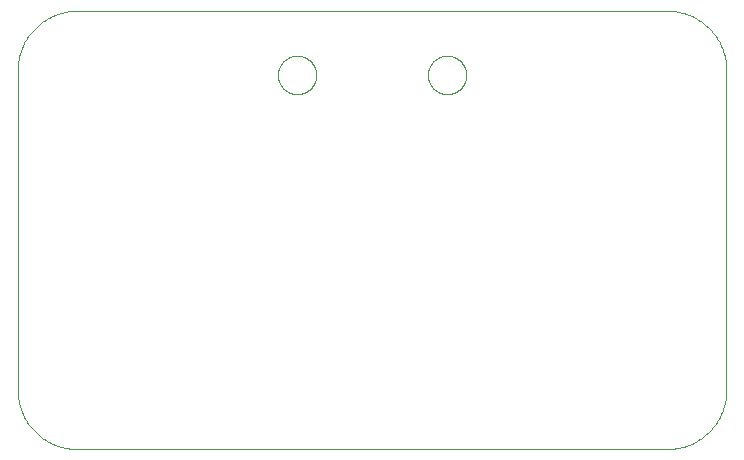
<source format=gbp>
G04 EAGLE Gerber RS-274X export*
G75*
%MOMM*%
%FSLAX34Y34*%
%LPD*%
%INSolder paste bottom*%
%IPPOS*%
%AMOC8*
5,1,8,0,0,1.08239X$1,22.5*%
G01*
%ADD10C,0.000000*%


D10*
X0Y321000D02*
X0Y50000D01*
X15Y48792D01*
X58Y47584D01*
X131Y46378D01*
X233Y45174D01*
X365Y43973D01*
X525Y42776D01*
X714Y41582D01*
X931Y40394D01*
X1178Y39211D01*
X1453Y38034D01*
X1756Y36865D01*
X2088Y35703D01*
X2447Y34549D01*
X2834Y33405D01*
X3249Y32270D01*
X3691Y31145D01*
X4160Y30032D01*
X4656Y28930D01*
X5179Y27840D01*
X5727Y26764D01*
X6302Y25701D01*
X6902Y24652D01*
X7527Y23618D01*
X8176Y22599D01*
X8851Y21597D01*
X9549Y20611D01*
X10271Y19642D01*
X11016Y18691D01*
X11784Y17758D01*
X12574Y16844D01*
X13387Y15949D01*
X14220Y15074D01*
X15074Y14220D01*
X15949Y13387D01*
X16844Y12574D01*
X17758Y11784D01*
X18691Y11016D01*
X19642Y10271D01*
X20611Y9549D01*
X21597Y8851D01*
X22599Y8176D01*
X23618Y7527D01*
X24652Y6902D01*
X25701Y6302D01*
X26764Y5727D01*
X27840Y5179D01*
X28930Y4656D01*
X30032Y4160D01*
X31145Y3691D01*
X32270Y3249D01*
X33405Y2834D01*
X34549Y2447D01*
X35703Y2088D01*
X36865Y1756D01*
X38034Y1453D01*
X39211Y1178D01*
X40394Y931D01*
X41582Y714D01*
X42776Y525D01*
X43973Y365D01*
X45174Y233D01*
X46378Y131D01*
X47584Y58D01*
X48792Y15D01*
X50000Y0D01*
X550000Y0D01*
X551208Y15D01*
X552416Y58D01*
X553622Y131D01*
X554826Y233D01*
X556027Y365D01*
X557224Y525D01*
X558418Y714D01*
X559606Y931D01*
X560789Y1178D01*
X561966Y1453D01*
X563135Y1756D01*
X564297Y2088D01*
X565451Y2447D01*
X566595Y2834D01*
X567730Y3249D01*
X568855Y3691D01*
X569968Y4160D01*
X571070Y4656D01*
X572160Y5179D01*
X573236Y5727D01*
X574299Y6302D01*
X575348Y6902D01*
X576382Y7527D01*
X577401Y8176D01*
X578403Y8851D01*
X579389Y9549D01*
X580358Y10271D01*
X581309Y11016D01*
X582242Y11784D01*
X583156Y12574D01*
X584051Y13387D01*
X584926Y14220D01*
X585780Y15074D01*
X586613Y15949D01*
X587426Y16844D01*
X588216Y17758D01*
X588984Y18691D01*
X589729Y19642D01*
X590451Y20611D01*
X591149Y21597D01*
X591824Y22599D01*
X592473Y23618D01*
X593098Y24652D01*
X593698Y25701D01*
X594273Y26764D01*
X594821Y27840D01*
X595344Y28930D01*
X595840Y30032D01*
X596309Y31145D01*
X596751Y32270D01*
X597166Y33405D01*
X597553Y34549D01*
X597912Y35703D01*
X598244Y36865D01*
X598547Y38034D01*
X598822Y39211D01*
X599069Y40394D01*
X599286Y41582D01*
X599475Y42776D01*
X599635Y43973D01*
X599767Y45174D01*
X599869Y46378D01*
X599942Y47584D01*
X599985Y48792D01*
X600000Y50000D01*
X600000Y321000D01*
X599985Y322208D01*
X599942Y323416D01*
X599869Y324622D01*
X599767Y325826D01*
X599635Y327027D01*
X599475Y328224D01*
X599286Y329418D01*
X599069Y330606D01*
X598822Y331789D01*
X598547Y332966D01*
X598244Y334135D01*
X597912Y335297D01*
X597553Y336451D01*
X597166Y337595D01*
X596751Y338730D01*
X596309Y339855D01*
X595840Y340968D01*
X595344Y342070D01*
X594821Y343160D01*
X594273Y344236D01*
X593698Y345299D01*
X593098Y346348D01*
X592473Y347382D01*
X591824Y348401D01*
X591149Y349403D01*
X590451Y350389D01*
X589729Y351358D01*
X588984Y352309D01*
X588216Y353242D01*
X587426Y354156D01*
X586613Y355051D01*
X585780Y355926D01*
X584926Y356780D01*
X584051Y357613D01*
X583156Y358426D01*
X582242Y359216D01*
X581309Y359984D01*
X580358Y360729D01*
X579389Y361451D01*
X578403Y362149D01*
X577401Y362824D01*
X576382Y363473D01*
X575348Y364098D01*
X574299Y364698D01*
X573236Y365273D01*
X572160Y365821D01*
X571070Y366344D01*
X569968Y366840D01*
X568855Y367309D01*
X567730Y367751D01*
X566595Y368166D01*
X565451Y368553D01*
X564297Y368912D01*
X563135Y369244D01*
X561966Y369547D01*
X560789Y369822D01*
X559606Y370069D01*
X558418Y370286D01*
X557224Y370475D01*
X556027Y370635D01*
X554826Y370767D01*
X553622Y370869D01*
X552416Y370942D01*
X551208Y370985D01*
X550000Y371000D01*
X50000Y371000D01*
X48792Y370985D01*
X47584Y370942D01*
X46378Y370869D01*
X45174Y370767D01*
X43973Y370635D01*
X42776Y370475D01*
X41582Y370286D01*
X40394Y370069D01*
X39211Y369822D01*
X38034Y369547D01*
X36865Y369244D01*
X35703Y368912D01*
X34549Y368553D01*
X33405Y368166D01*
X32270Y367751D01*
X31145Y367309D01*
X30032Y366840D01*
X28930Y366344D01*
X27840Y365821D01*
X26764Y365273D01*
X25701Y364698D01*
X24652Y364098D01*
X23618Y363473D01*
X22599Y362824D01*
X21597Y362149D01*
X20611Y361451D01*
X19642Y360729D01*
X18691Y359984D01*
X17758Y359216D01*
X16844Y358426D01*
X15949Y357613D01*
X15074Y356780D01*
X14220Y355926D01*
X13387Y355051D01*
X12574Y354156D01*
X11784Y353242D01*
X11016Y352309D01*
X10271Y351358D01*
X9549Y350389D01*
X8851Y349403D01*
X8176Y348401D01*
X7527Y347382D01*
X6902Y346348D01*
X6302Y345299D01*
X5727Y344236D01*
X5179Y343160D01*
X4656Y342070D01*
X4160Y340968D01*
X3691Y339855D01*
X3249Y338730D01*
X2834Y337595D01*
X2447Y336451D01*
X2088Y335297D01*
X1756Y334135D01*
X1453Y332966D01*
X1178Y331789D01*
X931Y330606D01*
X714Y329418D01*
X525Y328224D01*
X365Y327027D01*
X233Y325826D01*
X131Y324622D01*
X58Y323416D01*
X15Y322208D01*
X0Y321000D01*
X220244Y316700D02*
X220249Y317099D01*
X220264Y317498D01*
X220288Y317896D01*
X220322Y318293D01*
X220366Y318690D01*
X220420Y319085D01*
X220483Y319479D01*
X220556Y319871D01*
X220639Y320262D01*
X220731Y320650D01*
X220833Y321036D01*
X220944Y321419D01*
X221064Y321799D01*
X221194Y322176D01*
X221333Y322550D01*
X221481Y322921D01*
X221639Y323288D01*
X221805Y323650D01*
X221980Y324009D01*
X222163Y324363D01*
X222356Y324713D01*
X222557Y325057D01*
X222766Y325397D01*
X222984Y325731D01*
X223209Y326060D01*
X223443Y326384D01*
X223685Y326701D01*
X223934Y327013D01*
X224191Y327318D01*
X224455Y327617D01*
X224727Y327909D01*
X225005Y328195D01*
X225291Y328473D01*
X225583Y328745D01*
X225882Y329009D01*
X226187Y329266D01*
X226499Y329515D01*
X226816Y329757D01*
X227140Y329991D01*
X227469Y330216D01*
X227803Y330434D01*
X228143Y330643D01*
X228487Y330844D01*
X228837Y331037D01*
X229191Y331220D01*
X229550Y331395D01*
X229912Y331561D01*
X230279Y331719D01*
X230650Y331867D01*
X231024Y332006D01*
X231401Y332136D01*
X231781Y332256D01*
X232164Y332367D01*
X232550Y332469D01*
X232938Y332561D01*
X233329Y332644D01*
X233721Y332717D01*
X234115Y332780D01*
X234510Y332834D01*
X234907Y332878D01*
X235304Y332912D01*
X235702Y332936D01*
X236101Y332951D01*
X236500Y332956D01*
X236899Y332951D01*
X237298Y332936D01*
X237696Y332912D01*
X238093Y332878D01*
X238490Y332834D01*
X238885Y332780D01*
X239279Y332717D01*
X239671Y332644D01*
X240062Y332561D01*
X240450Y332469D01*
X240836Y332367D01*
X241219Y332256D01*
X241599Y332136D01*
X241976Y332006D01*
X242350Y331867D01*
X242721Y331719D01*
X243088Y331561D01*
X243450Y331395D01*
X243809Y331220D01*
X244163Y331037D01*
X244513Y330844D01*
X244857Y330643D01*
X245197Y330434D01*
X245531Y330216D01*
X245860Y329991D01*
X246184Y329757D01*
X246501Y329515D01*
X246813Y329266D01*
X247118Y329009D01*
X247417Y328745D01*
X247709Y328473D01*
X247995Y328195D01*
X248273Y327909D01*
X248545Y327617D01*
X248809Y327318D01*
X249066Y327013D01*
X249315Y326701D01*
X249557Y326384D01*
X249791Y326060D01*
X250016Y325731D01*
X250234Y325397D01*
X250443Y325057D01*
X250644Y324713D01*
X250837Y324363D01*
X251020Y324009D01*
X251195Y323650D01*
X251361Y323288D01*
X251519Y322921D01*
X251667Y322550D01*
X251806Y322176D01*
X251936Y321799D01*
X252056Y321419D01*
X252167Y321036D01*
X252269Y320650D01*
X252361Y320262D01*
X252444Y319871D01*
X252517Y319479D01*
X252580Y319085D01*
X252634Y318690D01*
X252678Y318293D01*
X252712Y317896D01*
X252736Y317498D01*
X252751Y317099D01*
X252756Y316700D01*
X252751Y316301D01*
X252736Y315902D01*
X252712Y315504D01*
X252678Y315107D01*
X252634Y314710D01*
X252580Y314315D01*
X252517Y313921D01*
X252444Y313529D01*
X252361Y313138D01*
X252269Y312750D01*
X252167Y312364D01*
X252056Y311981D01*
X251936Y311601D01*
X251806Y311224D01*
X251667Y310850D01*
X251519Y310479D01*
X251361Y310112D01*
X251195Y309750D01*
X251020Y309391D01*
X250837Y309037D01*
X250644Y308687D01*
X250443Y308343D01*
X250234Y308003D01*
X250016Y307669D01*
X249791Y307340D01*
X249557Y307016D01*
X249315Y306699D01*
X249066Y306387D01*
X248809Y306082D01*
X248545Y305783D01*
X248273Y305491D01*
X247995Y305205D01*
X247709Y304927D01*
X247417Y304655D01*
X247118Y304391D01*
X246813Y304134D01*
X246501Y303885D01*
X246184Y303643D01*
X245860Y303409D01*
X245531Y303184D01*
X245197Y302966D01*
X244857Y302757D01*
X244513Y302556D01*
X244163Y302363D01*
X243809Y302180D01*
X243450Y302005D01*
X243088Y301839D01*
X242721Y301681D01*
X242350Y301533D01*
X241976Y301394D01*
X241599Y301264D01*
X241219Y301144D01*
X240836Y301033D01*
X240450Y300931D01*
X240062Y300839D01*
X239671Y300756D01*
X239279Y300683D01*
X238885Y300620D01*
X238490Y300566D01*
X238093Y300522D01*
X237696Y300488D01*
X237298Y300464D01*
X236899Y300449D01*
X236500Y300444D01*
X236101Y300449D01*
X235702Y300464D01*
X235304Y300488D01*
X234907Y300522D01*
X234510Y300566D01*
X234115Y300620D01*
X233721Y300683D01*
X233329Y300756D01*
X232938Y300839D01*
X232550Y300931D01*
X232164Y301033D01*
X231781Y301144D01*
X231401Y301264D01*
X231024Y301394D01*
X230650Y301533D01*
X230279Y301681D01*
X229912Y301839D01*
X229550Y302005D01*
X229191Y302180D01*
X228837Y302363D01*
X228487Y302556D01*
X228143Y302757D01*
X227803Y302966D01*
X227469Y303184D01*
X227140Y303409D01*
X226816Y303643D01*
X226499Y303885D01*
X226187Y304134D01*
X225882Y304391D01*
X225583Y304655D01*
X225291Y304927D01*
X225005Y305205D01*
X224727Y305491D01*
X224455Y305783D01*
X224191Y306082D01*
X223934Y306387D01*
X223685Y306699D01*
X223443Y307016D01*
X223209Y307340D01*
X222984Y307669D01*
X222766Y308003D01*
X222557Y308343D01*
X222356Y308687D01*
X222163Y309037D01*
X221980Y309391D01*
X221805Y309750D01*
X221639Y310112D01*
X221481Y310479D01*
X221333Y310850D01*
X221194Y311224D01*
X221064Y311601D01*
X220944Y311981D01*
X220833Y312364D01*
X220731Y312750D01*
X220639Y313138D01*
X220556Y313529D01*
X220483Y313921D01*
X220420Y314315D01*
X220366Y314710D01*
X220322Y315107D01*
X220288Y315504D01*
X220264Y315902D01*
X220249Y316301D01*
X220244Y316700D01*
X347244Y316700D02*
X347249Y317099D01*
X347264Y317498D01*
X347288Y317896D01*
X347322Y318293D01*
X347366Y318690D01*
X347420Y319085D01*
X347483Y319479D01*
X347556Y319871D01*
X347639Y320262D01*
X347731Y320650D01*
X347833Y321036D01*
X347944Y321419D01*
X348064Y321799D01*
X348194Y322176D01*
X348333Y322550D01*
X348481Y322921D01*
X348639Y323288D01*
X348805Y323650D01*
X348980Y324009D01*
X349163Y324363D01*
X349356Y324713D01*
X349557Y325057D01*
X349766Y325397D01*
X349984Y325731D01*
X350209Y326060D01*
X350443Y326384D01*
X350685Y326701D01*
X350934Y327013D01*
X351191Y327318D01*
X351455Y327617D01*
X351727Y327909D01*
X352005Y328195D01*
X352291Y328473D01*
X352583Y328745D01*
X352882Y329009D01*
X353187Y329266D01*
X353499Y329515D01*
X353816Y329757D01*
X354140Y329991D01*
X354469Y330216D01*
X354803Y330434D01*
X355143Y330643D01*
X355487Y330844D01*
X355837Y331037D01*
X356191Y331220D01*
X356550Y331395D01*
X356912Y331561D01*
X357279Y331719D01*
X357650Y331867D01*
X358024Y332006D01*
X358401Y332136D01*
X358781Y332256D01*
X359164Y332367D01*
X359550Y332469D01*
X359938Y332561D01*
X360329Y332644D01*
X360721Y332717D01*
X361115Y332780D01*
X361510Y332834D01*
X361907Y332878D01*
X362304Y332912D01*
X362702Y332936D01*
X363101Y332951D01*
X363500Y332956D01*
X363899Y332951D01*
X364298Y332936D01*
X364696Y332912D01*
X365093Y332878D01*
X365490Y332834D01*
X365885Y332780D01*
X366279Y332717D01*
X366671Y332644D01*
X367062Y332561D01*
X367450Y332469D01*
X367836Y332367D01*
X368219Y332256D01*
X368599Y332136D01*
X368976Y332006D01*
X369350Y331867D01*
X369721Y331719D01*
X370088Y331561D01*
X370450Y331395D01*
X370809Y331220D01*
X371163Y331037D01*
X371513Y330844D01*
X371857Y330643D01*
X372197Y330434D01*
X372531Y330216D01*
X372860Y329991D01*
X373184Y329757D01*
X373501Y329515D01*
X373813Y329266D01*
X374118Y329009D01*
X374417Y328745D01*
X374709Y328473D01*
X374995Y328195D01*
X375273Y327909D01*
X375545Y327617D01*
X375809Y327318D01*
X376066Y327013D01*
X376315Y326701D01*
X376557Y326384D01*
X376791Y326060D01*
X377016Y325731D01*
X377234Y325397D01*
X377443Y325057D01*
X377644Y324713D01*
X377837Y324363D01*
X378020Y324009D01*
X378195Y323650D01*
X378361Y323288D01*
X378519Y322921D01*
X378667Y322550D01*
X378806Y322176D01*
X378936Y321799D01*
X379056Y321419D01*
X379167Y321036D01*
X379269Y320650D01*
X379361Y320262D01*
X379444Y319871D01*
X379517Y319479D01*
X379580Y319085D01*
X379634Y318690D01*
X379678Y318293D01*
X379712Y317896D01*
X379736Y317498D01*
X379751Y317099D01*
X379756Y316700D01*
X379751Y316301D01*
X379736Y315902D01*
X379712Y315504D01*
X379678Y315107D01*
X379634Y314710D01*
X379580Y314315D01*
X379517Y313921D01*
X379444Y313529D01*
X379361Y313138D01*
X379269Y312750D01*
X379167Y312364D01*
X379056Y311981D01*
X378936Y311601D01*
X378806Y311224D01*
X378667Y310850D01*
X378519Y310479D01*
X378361Y310112D01*
X378195Y309750D01*
X378020Y309391D01*
X377837Y309037D01*
X377644Y308687D01*
X377443Y308343D01*
X377234Y308003D01*
X377016Y307669D01*
X376791Y307340D01*
X376557Y307016D01*
X376315Y306699D01*
X376066Y306387D01*
X375809Y306082D01*
X375545Y305783D01*
X375273Y305491D01*
X374995Y305205D01*
X374709Y304927D01*
X374417Y304655D01*
X374118Y304391D01*
X373813Y304134D01*
X373501Y303885D01*
X373184Y303643D01*
X372860Y303409D01*
X372531Y303184D01*
X372197Y302966D01*
X371857Y302757D01*
X371513Y302556D01*
X371163Y302363D01*
X370809Y302180D01*
X370450Y302005D01*
X370088Y301839D01*
X369721Y301681D01*
X369350Y301533D01*
X368976Y301394D01*
X368599Y301264D01*
X368219Y301144D01*
X367836Y301033D01*
X367450Y300931D01*
X367062Y300839D01*
X366671Y300756D01*
X366279Y300683D01*
X365885Y300620D01*
X365490Y300566D01*
X365093Y300522D01*
X364696Y300488D01*
X364298Y300464D01*
X363899Y300449D01*
X363500Y300444D01*
X363101Y300449D01*
X362702Y300464D01*
X362304Y300488D01*
X361907Y300522D01*
X361510Y300566D01*
X361115Y300620D01*
X360721Y300683D01*
X360329Y300756D01*
X359938Y300839D01*
X359550Y300931D01*
X359164Y301033D01*
X358781Y301144D01*
X358401Y301264D01*
X358024Y301394D01*
X357650Y301533D01*
X357279Y301681D01*
X356912Y301839D01*
X356550Y302005D01*
X356191Y302180D01*
X355837Y302363D01*
X355487Y302556D01*
X355143Y302757D01*
X354803Y302966D01*
X354469Y303184D01*
X354140Y303409D01*
X353816Y303643D01*
X353499Y303885D01*
X353187Y304134D01*
X352882Y304391D01*
X352583Y304655D01*
X352291Y304927D01*
X352005Y305205D01*
X351727Y305491D01*
X351455Y305783D01*
X351191Y306082D01*
X350934Y306387D01*
X350685Y306699D01*
X350443Y307016D01*
X350209Y307340D01*
X349984Y307669D01*
X349766Y308003D01*
X349557Y308343D01*
X349356Y308687D01*
X349163Y309037D01*
X348980Y309391D01*
X348805Y309750D01*
X348639Y310112D01*
X348481Y310479D01*
X348333Y310850D01*
X348194Y311224D01*
X348064Y311601D01*
X347944Y311981D01*
X347833Y312364D01*
X347731Y312750D01*
X347639Y313138D01*
X347556Y313529D01*
X347483Y313921D01*
X347420Y314315D01*
X347366Y314710D01*
X347322Y315107D01*
X347288Y315504D01*
X347264Y315902D01*
X347249Y316301D01*
X347244Y316700D01*
M02*

</source>
